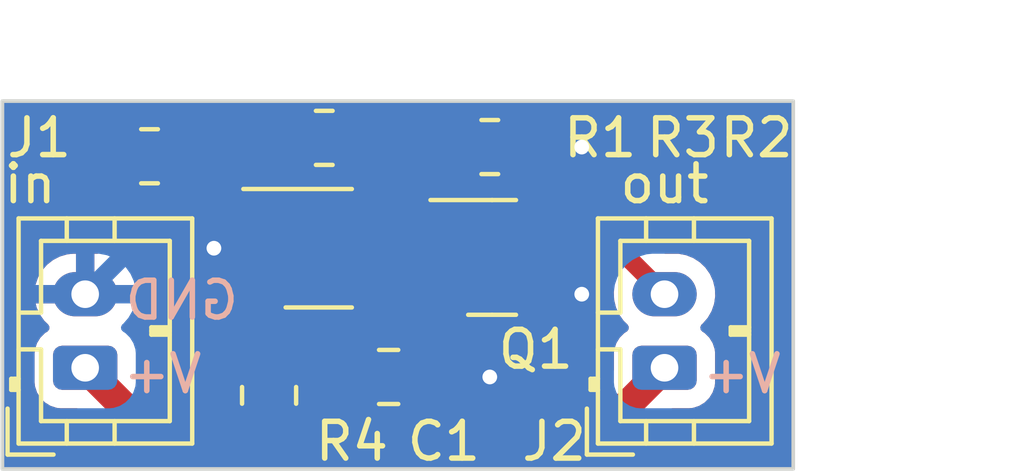
<source format=kicad_pcb>
(kicad_pcb (version 20221018) (generator pcbnew)
  (layers (0 "F.Cu" signal) (31 "B.Cu" signal) (34 "B.Paste" user) (35 "F.Paste" user) (36 "B.SilkS" user "B.Silkscreen") (37 "F.SilkS" user "F.Silkscreen") (38 "B.Mask" user) (39 "F.Mask" user) (44 "Edge.Cuts" user))
  (net 0 "")
  (net 1 "Net-(U1-VCC)")
  (net 2 "GND")
  (net 3 "Net-(J1-P$1)")
  (net 4 "Net-(J2-P$2)")
  (net 5 "Net-(Q1-G1)")
  (net 6 "Net-(U1-FTH)")
  (net 7 "Net-(U1-RTH)")
  (footprint "Resistor_SMD:R_0805_2012Metric_Pad1.20x1.40mm_HandSolder" (layer "F.Cu") (at 127.25 93 90)
    (fp_text reference "R4" (at -1.25 2.25 180) (layer "F.SilkS"))
    (fp_text value "100" hide)
    (fp_line (start -0.227064 -0.735) (end 0.227064 -0.735) (stroke (width 0.12)) (layer "F.SilkS"))
    (fp_line (start -0.227064 0.735) (end 0.227064 0.735) (stroke (width 0.12)) (layer "F.SilkS"))
    (pad "1" smd roundrect (at -1 0 90) (size 1.2 1.4) (layers "F.Cu" "F.Paste" "F.Mask") (roundrect_rratio 0.2083333333) (net 3 "Net-(J1-P$1)"))
    (pad "2" smd roundrect (at 1 0 90) (size 1.2 1.4) (layers "F.Cu" "F.Paste" "F.Mask") (roundrect_rratio 0.2083333333) (net 1 "Net-(U1-VCC)"))
  )
  (footprint "myLib:AFP2301AS_PMOS" (layer "F.Cu") (at 133.3125 89.25)
    (fp_text reference "Q1" (at 1.1875 2.5) (layer "F.SilkS"))
    (fp_text value "NMOS" hide)
    (fp_line (start 0 -1.56) (end -1.675 -1.56) (stroke (width 0.12)) (layer "F.SilkS"))
    (fp_line (start 0 -1.56) (end 0.65 -1.56) (stroke (width 0.12)) (layer "F.SilkS"))
    (fp_line (start 0 1.56) (end -0.65 1.56) (stroke (width 0.12)) (layer "F.SilkS"))
    (fp_line (start 0 1.56) (end 0.65 1.56) (stroke (width 0.12)) (layer "F.SilkS"))
    (pad "1" smd roundrect (at -0.9375 -0.95) (size 1.475 0.6) (layers "F.Cu" "F.Paste" "F.Mask") (net 5 "Net-(Q1-G1)"))
    (pad "2" smd roundrect (at -0.9375 0.95) (size 1.475 0.6) (layers "F.Cu" "F.Paste" "F.Mask") (net 2 "GND"))
    (pad "3" smd roundrect (at 0.9375 0) (size 1.475 0.6) (layers "F.Cu" "F.Paste" "F.Mask") (net 4 "Net-(J2-P$2)"))
  )
  (footprint "Connector_JST:JST_PH_B2B-PH-K_1x02_P2.00mm_Vertical" (layer "F.Cu") (at 122.25 92.25 90)
    (fp_text reference "J1" (at 6.25 -1.25 180) (layer "F.SilkS"))
    (fp_text value "in" (at 5 -1.5 180) (layer "F.SilkS"))
    (fp_line (start -2.36 -2.11) (end -2.36 -0.86) (stroke (width 0.12)) (layer "F.SilkS"))
    (fp_line (start -2.06 -1.81) (end -2.06 2.91) (stroke (width 0.12)) (layer "F.SilkS"))
    (fp_line (start -2.06 -0.5) (end -1.45 -0.5) (stroke (width 0.12)) (layer "F.SilkS"))
    (fp_line (start -2.06 0.8) (end -1.45 0.8) (stroke (width 0.12)) (layer "F.SilkS"))
    (fp_line (start -2.06 2.91) (end 4.06 2.91) (stroke (width 0.12)) (layer "F.SilkS"))
    (fp_line (start -1.45 -1.2) (end -1.45 2.3) (stroke (width 0.12)) (layer "F.SilkS"))
    (fp_line (start -1.45 2.3) (end 3.45 2.3) (stroke (width 0.12)) (layer "F.SilkS"))
    (fp_line (start -1.11 -2.11) (end -2.36 -2.11) (stroke (width 0.12)) (layer "F.SilkS"))
    (fp_line (start -0.6 -2.01) (end -0.6 -1.81) (stroke (width 0.12)) (layer "F.SilkS"))
    (fp_line (start -0.3 -2.01) (end -0.6 -2.01) (stroke (width 0.12)) (layer "F.SilkS"))
    (fp_line (start -0.3 -1.91) (end -0.6 -1.91) (stroke (width 0.12)) (layer "F.SilkS"))
    (fp_line (start -0.3 -1.81) (end -0.3 -2.01) (stroke (width 0.12)) (layer "F.SilkS"))
    (fp_line (start 0.5 -1.81) (end 0.5 -1.2) (stroke (width 0.12)) (layer "F.SilkS"))
    (fp_line (start 0.5 -1.2) (end -1.45 -1.2) (stroke (width 0.12)) (layer "F.SilkS"))
    (fp_line (start 0.9 1.8) (end 1.1 1.8) (stroke (width 0.12)) (layer "F.SilkS"))
    (fp_line (start 0.9 2.3) (end 0.9 1.8) (stroke (width 0.12)) (layer "F.SilkS"))
    (fp_line (start 1 2.3) (end 1 1.8) (stroke (width 0.12)) (layer "F.SilkS"))
    (fp_line (start 1.1 1.8) (end 1.1 2.3) (stroke (width 0.12)) (layer "F.SilkS"))
    (fp_line (start 1.5 -1.2) (end 1.5 -1.81) (stroke (width 0.12)) (layer "F.SilkS"))
    (fp_line (start 3.45 -1.2) (end 1.5 -1.2) (stroke (width 0.12)) (layer "F.SilkS"))
    (fp_line (start 3.45 2.3) (end 3.45 -1.2) (stroke (width 0.12)) (layer "F.SilkS"))
    (fp_line (start 4.06 -1.81) (end -2.06 -1.81) (stroke (width 0.12)) (layer "F.SilkS"))
    (fp_line (start 4.06 -0.5) (end 3.45 -0.5) (stroke (width 0.12)) (layer "F.SilkS"))
    (fp_line (start 4.06 0.8) (end 3.45 0.8) (stroke (width 0.12)) (layer "F.SilkS"))
    (fp_line (start 4.06 2.91) (end 4.06 -1.81) (stroke (width 0.12)) (layer "F.SilkS"))
    (pad "1" thru_hole roundrect (at 0 0 90) (size 1.2 1.75) (drill 0.75) (layers "*.Cu" "*.Mask") (roundrect_rratio 0.2083333333) (net 3 "Net-(J1-P$1)"))
    (pad "2" thru_hole oval (at 2 0 90) (size 1.2 1.75) (drill 0.75) (layers "*.Cu" "*.Mask") (net 2 "GND"))
  )
  (footprint "Resistor_SMD:R_0805_2012Metric_Pad1.20x1.40mm_HandSolder" (layer "F.Cu") (at 124 86.5)
    (fp_text reference "R1" (at 12.25 -0.5) (layer "F.SilkS"))
    (fp_text value "620k" hide)
    (fp_line (start -0.227064 -0.735) (end 0.227064 -0.735) (stroke (width 0.12)) (layer "F.SilkS"))
    (fp_line (start -0.227064 0.735) (end 0.227064 0.735) (stroke (width 0.12)) (layer "F.SilkS"))
    (pad "1" smd roundrect (at -1 0) (size 1.2 1.4) (layers "F.Cu" "F.Paste" "F.Mask") (roundrect_rratio 0.2083333333) (net 1 "Net-(U1-VCC)"))
    (pad "2" smd roundrect (at 1 0) (size 1.2 1.4) (layers "F.Cu" "F.Paste" "F.Mask") (roundrect_rratio 0.2083333333) (net 6 "Net-(U1-FTH)"))
  )
  (footprint "Resistor_SMD:R_0805_2012Metric_Pad1.20x1.40mm_HandSolder" (layer "F.Cu") (at 133.25 86.25)
    (fp_text reference "R2" (at 7.25 -0.25) (layer "F.SilkS"))
    (fp_text value "330k" hide)
    (fp_line (start -0.227064 -0.735) (end 0.227064 -0.735) (stroke (width 0.12)) (layer "F.SilkS"))
    (fp_line (start -0.227064 0.735) (end 0.227064 0.735) (stroke (width 0.12)) (layer "F.SilkS"))
    (pad "1" smd roundrect (at -1 0) (size 1.2 1.4) (layers "F.Cu" "F.Paste" "F.Mask") (roundrect_rratio 0.2083333333) (net 7 "Net-(U1-RTH)"))
    (pad "2" smd roundrect (at 1 0) (size 1.2 1.4) (layers "F.Cu" "F.Paste" "F.Mask") (roundrect_rratio 0.2083333333) (net 2 "GND"))
  )
  (footprint "Connector_JST:JST_PH_B2B-PH-K_1x02_P2.00mm_Vertical" (layer "F.Cu") (at 138 92.25 90)
    (fp_text reference "J2" (at -2 -3 180) (layer "F.SilkS"))
    (fp_text value "out" (at 5 0 180) (layer "F.SilkS"))
    (fp_line (start -2.36 -2.11) (end -2.36 -0.86) (stroke (width 0.12)) (layer "F.SilkS"))
    (fp_line (start -2.06 -1.81) (end -2.06 2.91) (stroke (width 0.12)) (layer "F.SilkS"))
    (fp_line (start -2.06 -0.5) (end -1.45 -0.5) (stroke (width 0.12)) (layer "F.SilkS"))
    (fp_line (start -2.06 0.8) (end -1.45 0.8) (stroke (width 0.12)) (layer "F.SilkS"))
    (fp_line (start -2.06 2.91) (end 4.06 2.91) (stroke (width 0.12)) (layer "F.SilkS"))
    (fp_line (start -1.45 -1.2) (end -1.45 2.3) (stroke (width 0.12)) (layer "F.SilkS"))
    (fp_line (start -1.45 2.3) (end 3.45 2.3) (stroke (width 0.12)) (layer "F.SilkS"))
    (fp_line (start -1.11 -2.11) (end -2.36 -2.11) (stroke (width 0.12)) (layer "F.SilkS"))
    (fp_line (start -0.6 -2.01) (end -0.6 -1.81) (stroke (width 0.12)) (layer "F.SilkS"))
    (fp_line (start -0.3 -2.01) (end -0.6 -2.01) (stroke (width 0.12)) (layer "F.SilkS"))
    (fp_line (start -0.3 -1.91) (end -0.6 -1.91) (stroke (width 0.12)) (layer "F.SilkS"))
    (fp_line (start -0.3 -1.81) (end -0.3 -2.01) (stroke (width 0.12)) (layer "F.SilkS"))
    (fp_line (start 0.5 -1.81) (end 0.5 -1.2) (stroke (width 0.12)) (layer "F.SilkS"))
    (fp_line (start 0.5 -1.2) (end -1.45 -1.2) (stroke (width 0.12)) (layer "F.SilkS"))
    (fp_line (start 0.9 1.8) (end 1.1 1.8) (stroke (width 0.12)) (layer "F.SilkS"))
    (fp_line (start 0.9 2.3) (end 0.9 1.8) (stroke (width 0.12)) (layer "F.SilkS"))
    (fp_line (start 1 2.3) (end 1 1.8) (stroke (width 0.12)) (layer "F.SilkS"))
    (fp_line (start 1.1 1.8) (end 1.1 2.3) (stroke (width 0.12)) (layer "F.SilkS"))
    (fp_line (start 1.5 -1.2) (end 1.5 -1.81) (stroke (width 0.12)) (layer "F.SilkS"))
    (fp_line (start 3.45 -1.2) (end 1.5 -1.2) (stroke (width 0.12)) (layer "F.SilkS"))
    (fp_line (start 3.45 2.3) (end 3.45 -1.2) (stroke (width 0.12)) (layer "F.SilkS"))
    (fp_line (start 4.06 -1.81) (end -2.06 -1.81) (stroke (width 0.12)) (layer "F.SilkS"))
    (fp_line (start 4.06 -0.5) (end 3.45 -0.5) (stroke (width 0.12)) (layer "F.SilkS"))
    (fp_line (start 4.06 0.8) (end 3.45 0.8) (stroke (width 0.12)) (layer "F.SilkS"))
    (fp_line (start 4.06 2.91) (end 4.06 -1.81) (stroke (width 0.12)) (layer "F.SilkS"))
    (pad "1" thru_hole roundrect (at 0 0 90) (size 1.2 1.75) (drill 0.75) (layers "*.Cu" "*.Mask") (roundrect_rratio 0.2083333333) (net 3 "Net-(J1-P$1)"))
    (pad "2" thru_hole oval (at 2 0 90) (size 1.2 1.75) (drill 0.75) (layers "*.Cu" "*.Mask") (net 4 "Net-(J2-P$2)"))
  )
  (footprint "Resistor_SMD:R_0805_2012Metric_Pad1.20x1.40mm_HandSolder" (layer "F.Cu") (at 128.75 86)
    (fp_text reference "R3" (at 9.75 0) (layer "F.SilkS"))
    (fp_text value "68k" hide)
    (fp_line (start -0.227064 -0.735) (end 0.227064 -0.735) (stroke (width 0.12)) (layer "F.SilkS"))
    (fp_line (start -0.227064 0.735) (end 0.227064 0.735) (stroke (width 0.12)) (layer "F.SilkS"))
    (pad "1" smd roundrect (at -1 0) (size 1.2 1.4) (layers "F.Cu" "F.Paste" "F.Mask") (roundrect_rratio 0.2083333333) (net 6 "Net-(U1-FTH)"))
    (pad "2" smd roundrect (at 1 0) (size 1.2 1.4) (layers "F.Cu" "F.Paste" "F.Mask") (roundrect_rratio 0.2083333333) (net 7 "Net-(U1-RTH)"))
  )
  (footprint "Package_TO_SOT_SMD:SOT-23-6_Handsoldering" (layer "F.Cu") (at 128.6 89)
    (fp_text reference "U1" hide)
    (fp_text value "CN312" hide)
    (fp_line (start -0.9 1.61) (end 0.9 1.61) (stroke (width 0.12)) (layer "F.SilkS"))
    (fp_line (start 0.9 -1.61) (end -2.05 -1.61) (stroke (width 0.12)) (layer "F.SilkS"))
    (pad "1" smd rect (at -1.35 -0.95) (size 1.56 0.65) (layers "F.Cu" "F.Paste" "F.Mask") (net 6 "Net-(U1-FTH)"))
    (pad "2" smd rect (at -1.35 0) (size 1.56 0.65) (layers "F.Cu" "F.Paste" "F.Mask") (net 2 "GND"))
    (pad "3" smd rect (at -1.35 0.95) (size 1.56 0.65) (layers "F.Cu" "F.Paste" "F.Mask"))
    (pad "4" smd rect (at 1.35 0.95) (size 1.56 0.65) (layers "F.Cu" "F.Paste" "F.Mask") (net 1 "Net-(U1-VCC)"))
    (pad "5" smd rect (at 1.35 0) (size 1.56 0.65) (layers "F.Cu" "F.Paste" "F.Mask") (net 5 "Net-(Q1-G1)"))
    (pad "6" smd rect (at 1.35 -0.95) (size 1.56 0.65) (layers "F.Cu" "F.Paste" "F.Mask") (net 7 "Net-(U1-RTH)"))
  )
  (footprint "Capacitor_SMD:C_0805_2012Metric_Pad1.18x1.45mm_HandSolder" (layer "F.Cu") (at 130.5 92.5)
    (fp_text reference "C1" (at 1.5 1.75) (layer "F.SilkS"))
    (fp_text value "1uF" hide)
    (fp_line (start -0.261252 -0.735) (end 0.261252 -0.735) (stroke (width 0.12)) (layer "F.SilkS"))
    (fp_line (start -0.261252 0.735) (end 0.261252 0.735) (stroke (width 0.12)) (layer "F.SilkS"))
    (pad "1" smd roundrect (at -1.0375 0) (size 1.175 1.45) (layers "F.Cu" "F.Paste" "F.Mask") (roundrect_rratio 0.2127659574) (net 1 "Net-(U1-VCC)"))
    (pad "2" smd roundrect (at 1.0375 0) (size 1.175 1.45) (layers "F.Cu" "F.Paste" "F.Mask") (roundrect_rratio 0.2127659574) (net 2 "GND"))
  )
  (gr_rect (start 120 85) (end 141.5 95) (stroke (width 0.1)) (fill none) (layer "Edge.Cuts"))
  (gr_text "V+" (at 125.5 93) (layer "B.SilkS") (effects (font (size 1 1)) (justify left bottom mirror)))
  (gr_text "V+" (at 141.25 93) (layer "B.SilkS") (effects (font (size 1 1)) (justify left bottom mirror)))
  (gr_text "GND" (at 126.5 91) (layer "B.SilkS") (effects (font (size 1 1)) (justify left bottom mirror)))
  (segment (start 124.5 89.5) (end 123 88) (width 0.8) (layer "F.Cu") (net 1))
  (segment (start 124.5 90.75) (end 124.5 89.5) (width 0.8) (layer "F.Cu") (net 1))
  (segment (start 125.75 92) (end 124.5 90.75) (width 0.8) (layer "F.Cu") (net 1))
  (segment (start 129.5 90.4) (end 129.5 90.75) (width 0.5) (layer "F.Cu") (net 1))
  (segment (start 129.95 89.95) (end 129.5 90.4) (width 0.5) (layer "F.Cu") (net 1))
  (segment (start 129.4625 90.7875) (end 129.4625 92.5) (width 0.5) (layer "F.Cu") (net 1))
  (segment (start 127.25 92) (end 125.75 92) (width 0.8) (layer "F.Cu") (net 1))
  (segment (start 127.25 92) (end 128.9625 92) (width 0.8) (layer "F.Cu") (net 1))
  (segment (start 123 88) (end 123 86.5) (width 0.8) (layer "F.Cu") (net 1))
  (segment (start 128.9625 92) (end 129.4625 92.5) (width 0.8) (layer "F.Cu") (net 1))
  (segment (start 129.5 90.75) (end 129.4625 90.7875) (width 0.5) (layer "F.Cu") (net 1))
  (segment (start 131.5375 92.5) (end 133.25 92.5) (width 0.5) (layer "F.Cu") (net 2))
  (segment (start 127.25 89) (end 125.75 89) (width 0.5) (layer "F.Cu") (net 2))
  (segment (start 135.75 90.25) (end 132.425 90.25) (width 0.5) (layer "F.Cu") (net 2))
  (segment (start 134.25 86.25) (end 135.75 86.25) (width 0.5) (layer "F.Cu") (net 2))
  (segment (start 132.375 90.2) (end 132.375 91.6625) (width 0.5) (layer "F.Cu") (net 2))
  (segment (start 132.375 91.6625) (end 131.5375 92.5) (width 0.5) (layer "F.Cu") (net 2))
  (segment (start 132.425 90.25) (end 132.375 90.2) (width 0.5) (layer "F.Cu") (net 2))
  (via (at 133.25 92.5) (size 0.8) (drill 0.4) (layers "F.Cu" "B.Cu") (net 2))
  (via (at 125.75 89) (size 0.8) (drill 0.4) (layers "F.Cu" "B.Cu") (net 2))
  (via (at 135.75 90.25) (size 0.8) (drill 0.4) (layers "F.Cu" "B.Cu") (net 2))
  (via (at 135.75 86.25) (size 0.8) (drill 0.4) (layers "F.Cu" "B.Cu") (net 2))
  (segment (start 135.75 86.25) (end 135.75 90.25) (width 0.5) (layer "B.Cu") (net 2))
  (segment (start 133.25 92.5) (end 129.75 89) (width 0.5) (layer "B.Cu") (net 2))
  (segment (start 129.75 89) (end 125.75 89) (width 0.5) (layer "B.Cu") (net 2))
  (segment (start 123.5 89) (end 122.25 90.25) (width 0.5) (layer "B.Cu") (net 2))
  (segment (start 125.75 89) (end 123.5 89) (width 0.5) (layer "B.Cu") (net 2))
  (segment (start 127.75 94.5) (end 127.25 94) (width 0.8) (layer "F.Cu") (net 3))
  (segment (start 138 92.25) (end 135.75 94.5) (width 0.8) (layer "F.Cu") (net 3))
  (segment (start 127.25 94) (end 124 94) (width 0.8) (layer "F.Cu") (net 3))
  (segment (start 124 94) (end 122.25 92.25) (width 0.8) (layer "F.Cu") (net 3))
  (segment (start 135.75 94.5) (end 127.75 94.5) (width 0.8) (layer "F.Cu") (net 3))
  (segment (start 134.25 89.25) (end 137 89.25) (width 0.5) (layer "F.Cu") (net 4))
  (segment (start 137 89.25) (end 138 90.25) (width 0.5) (layer "F.Cu") (net 4))
  (segment (start 131.675 89) (end 132.375 88.3) (width 0.5) (layer "F.Cu") (net 5))
  (segment (start 129.95 89) (end 131.675 89) (width 0.5) (layer "F.Cu") (net 5))
  (segment (start 127.25 86.25) (end 127 86) (width 0.5) (layer "F.Cu") (net 6))
  (segment (start 127.75 86) (end 125.5 86) (width 0.5) (layer "F.Cu") (net 6))
  (segment (start 125.5 86) (end 125 86.5) (width 0.5) (layer "F.Cu") (net 6))
  (segment (start 127.25 88.05) (end 127.25 86.25) (width 0.5) (layer "F.Cu") (net 6))
  (segment (start 129.95 88.05) (end 129.95 86.2) (width 0.5) (layer "F.Cu") (net 7))
  (segment (start 132 86) (end 132.25 86.25) (width 0.5) (layer "F.Cu") (net 7))
  (segment (start 129.95 86.2) (end 129.75 86) (width 0.5) (layer "F.Cu") (net 7))
  (segment (start 129.75 86) (end 132 86) (width 0.5) (layer "F.Cu") (net 7))
  (zone (net 2) (net_name "GND") (layers "F&B.Cu") (connect_pads (clearance 0.5)) (min_thickness 0.25) (fill yes (thermal_gap 0.5) (thermal_bridge_width 0.5))
    (polygon (pts (xy 120 95) (xy 120 85) (xy 141.5 85) (xy 141.5 95)))
  )
)
</source>
